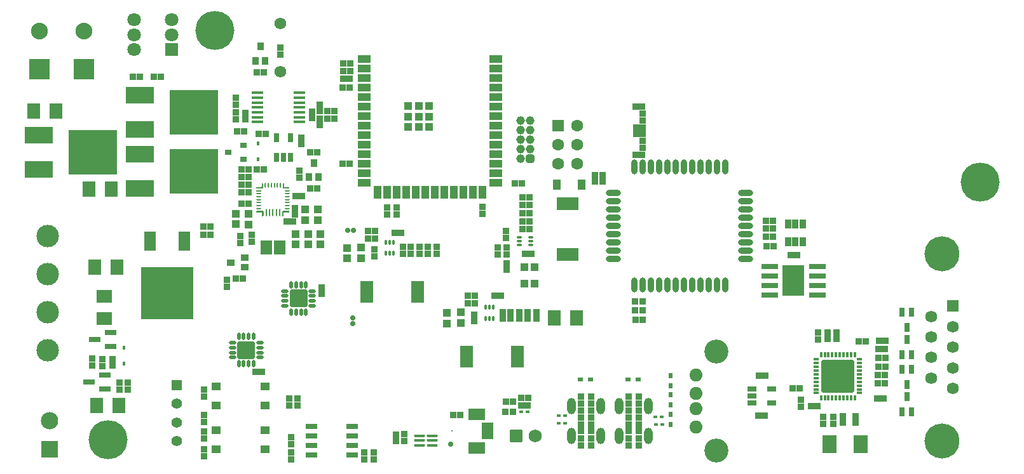
<source format=gts>
G04*
G04 #@! TF.GenerationSoftware,Altium Limited,Altium Designer,21.9.1 (22)*
G04*
G04 Layer_Color=8388736*
%FSLAX25Y25*%
%MOIN*%
G70*
G04*
G04 #@! TF.SameCoordinates,8F0FC1BE-C161-4982-B8DB-F3E27E61BA57*
G04*
G04*
G04 #@! TF.FilePolarity,Negative*
G04*
G01*
G75*
%ADD25R,0.01772X0.02323*%
%ADD36R,0.07480X0.09449*%
%ADD37R,0.03961X0.04351*%
%ADD38R,0.06120X0.07505*%
%ADD44R,0.05764X0.01480*%
G04:AMPARAMS|DCode=45|XSize=57.64mil|YSize=14.8mil|CornerRadius=7.4mil|HoleSize=0mil|Usage=FLASHONLY|Rotation=180.000|XOffset=0mil|YOffset=0mil|HoleType=Round|Shape=RoundedRectangle|*
%AMROUNDEDRECTD45*
21,1,0.05764,0.00000,0,0,180.0*
21,1,0.04284,0.01480,0,0,180.0*
1,1,0.01480,-0.02142,0.00000*
1,1,0.01480,0.02142,0.00000*
1,1,0.01480,0.02142,0.00000*
1,1,0.01480,-0.02142,0.00000*
%
%ADD45ROUNDEDRECTD45*%
G04:AMPARAMS|DCode=46|XSize=26.38mil|YSize=11.81mil|CornerRadius=1.95mil|HoleSize=0mil|Usage=FLASHONLY|Rotation=90.000|XOffset=0mil|YOffset=0mil|HoleType=Round|Shape=RoundedRectangle|*
%AMROUNDEDRECTD46*
21,1,0.02638,0.00791,0,0,90.0*
21,1,0.02248,0.01181,0,0,90.0*
1,1,0.00390,0.00396,0.01124*
1,1,0.00390,0.00396,-0.01124*
1,1,0.00390,-0.00396,-0.01124*
1,1,0.00390,-0.00396,0.01124*
%
%ADD46ROUNDEDRECTD46*%
%ADD47R,0.06890X0.11811*%
G04:AMPARAMS|DCode=52|XSize=61.02mil|YSize=23.62mil|CornerRadius=2.01mil|HoleSize=0mil|Usage=FLASHONLY|Rotation=0.000|XOffset=0mil|YOffset=0mil|HoleType=Round|Shape=RoundedRectangle|*
%AMROUNDEDRECTD52*
21,1,0.06102,0.01961,0,0,0.0*
21,1,0.05701,0.02362,0,0,0.0*
1,1,0.00402,0.02850,-0.00980*
1,1,0.00402,-0.02850,-0.00980*
1,1,0.00402,-0.02850,0.00980*
1,1,0.00402,0.02850,0.00980*
%
%ADD52ROUNDEDRECTD52*%
G04:AMPARAMS|DCode=53|XSize=25.59mil|YSize=7.87mil|CornerRadius=1.97mil|HoleSize=0mil|Usage=FLASHONLY|Rotation=180.000|XOffset=0mil|YOffset=0mil|HoleType=Round|Shape=RoundedRectangle|*
%AMROUNDEDRECTD53*
21,1,0.02559,0.00394,0,0,180.0*
21,1,0.02165,0.00787,0,0,180.0*
1,1,0.00394,-0.01083,0.00197*
1,1,0.00394,0.01083,0.00197*
1,1,0.00394,0.01083,-0.00197*
1,1,0.00394,-0.01083,-0.00197*
%
%ADD53ROUNDEDRECTD53*%
%ADD58R,0.05906X0.09843*%
%ADD59R,0.27559X0.27559*%
G04:AMPARAMS|DCode=61|XSize=7.87mil|YSize=37.4mil|CornerRadius=1.97mil|HoleSize=0mil|Usage=FLASHONLY|Rotation=180.000|XOffset=0mil|YOffset=0mil|HoleType=Round|Shape=RoundedRectangle|*
%AMROUNDEDRECTD61*
21,1,0.00787,0.03347,0,0,180.0*
21,1,0.00394,0.03740,0,0,180.0*
1,1,0.00394,-0.00197,0.01673*
1,1,0.00394,0.00197,0.01673*
1,1,0.00394,0.00197,-0.01673*
1,1,0.00394,-0.00197,-0.01673*
%
%ADD61ROUNDEDRECTD61*%
G04:AMPARAMS|DCode=62|XSize=7.87mil|YSize=39.37mil|CornerRadius=1.97mil|HoleSize=0mil|Usage=FLASHONLY|Rotation=180.000|XOffset=0mil|YOffset=0mil|HoleType=Round|Shape=RoundedRectangle|*
%AMROUNDEDRECTD62*
21,1,0.00787,0.03543,0,0,180.0*
21,1,0.00394,0.03937,0,0,180.0*
1,1,0.00394,-0.00197,0.01772*
1,1,0.00394,0.00197,0.01772*
1,1,0.00394,0.00197,-0.01772*
1,1,0.00394,-0.00197,-0.01772*
%
%ADD62ROUNDEDRECTD62*%
%ADD63C,0.00689*%
G04:AMPARAMS|DCode=64|XSize=23.62mil|YSize=7.87mil|CornerRadius=1.97mil|HoleSize=0mil|Usage=FLASHONLY|Rotation=180.000|XOffset=0mil|YOffset=0mil|HoleType=Round|Shape=RoundedRectangle|*
%AMROUNDEDRECTD64*
21,1,0.02362,0.00394,0,0,180.0*
21,1,0.01968,0.00787,0,0,180.0*
1,1,0.00394,-0.00984,0.00197*
1,1,0.00394,0.00984,0.00197*
1,1,0.00394,0.00984,-0.00197*
1,1,0.00394,-0.00984,-0.00197*
%
%ADD64ROUNDEDRECTD64*%
G04:AMPARAMS|DCode=65|XSize=26.77mil|YSize=7.87mil|CornerRadius=1.97mil|HoleSize=0mil|Usage=FLASHONLY|Rotation=180.000|XOffset=0mil|YOffset=0mil|HoleType=Round|Shape=RoundedRectangle|*
%AMROUNDEDRECTD65*
21,1,0.02677,0.00394,0,0,180.0*
21,1,0.02284,0.00787,0,0,180.0*
1,1,0.00394,-0.01142,0.00197*
1,1,0.00394,0.01142,0.00197*
1,1,0.00394,0.01142,-0.00197*
1,1,0.00394,-0.01142,-0.00197*
%
%ADD65ROUNDEDRECTD65*%
G04:AMPARAMS|DCode=66|XSize=27.56mil|YSize=7.87mil|CornerRadius=1.97mil|HoleSize=0mil|Usage=FLASHONLY|Rotation=180.000|XOffset=0mil|YOffset=0mil|HoleType=Round|Shape=RoundedRectangle|*
%AMROUNDEDRECTD66*
21,1,0.02756,0.00394,0,0,180.0*
21,1,0.02362,0.00787,0,0,180.0*
1,1,0.00394,-0.01181,0.00197*
1,1,0.00394,0.01181,0.00197*
1,1,0.00394,0.01181,-0.00197*
1,1,0.00394,-0.01181,-0.00197*
%
%ADD66ROUNDEDRECTD66*%
G04:AMPARAMS|DCode=67|XSize=7.87mil|YSize=23.62mil|CornerRadius=1.97mil|HoleSize=0mil|Usage=FLASHONLY|Rotation=180.000|XOffset=0mil|YOffset=0mil|HoleType=Round|Shape=RoundedRectangle|*
%AMROUNDEDRECTD67*
21,1,0.00787,0.01968,0,0,180.0*
21,1,0.00394,0.02362,0,0,180.0*
1,1,0.00394,-0.00197,0.00984*
1,1,0.00394,0.00197,0.00984*
1,1,0.00394,0.00197,-0.00984*
1,1,0.00394,-0.00197,-0.00984*
%
%ADD67ROUNDEDRECTD67*%
%ADD68C,0.00620*%
%ADD69C,0.00754*%
%ADD73R,0.04351X0.03961*%
%ADD75R,0.11811X0.06890*%
G04:AMPARAMS|DCode=76|XSize=26.38mil|YSize=11.81mil|CornerRadius=1.95mil|HoleSize=0mil|Usage=FLASHONLY|Rotation=180.000|XOffset=0mil|YOffset=0mil|HoleType=Round|Shape=RoundedRectangle|*
%AMROUNDEDRECTD76*
21,1,0.02638,0.00791,0,0,180.0*
21,1,0.02248,0.01181,0,0,180.0*
1,1,0.00390,-0.01124,0.00396*
1,1,0.00390,0.01124,0.00396*
1,1,0.00390,0.01124,-0.00396*
1,1,0.00390,-0.01124,-0.00396*
%
%ADD76ROUNDEDRECTD76*%
%ADD77R,0.03556X0.03359*%
%ADD78R,0.03359X0.03556*%
%ADD79R,0.04737X0.03950*%
%ADD80R,0.14973X0.08674*%
%ADD81R,0.25210X0.23635*%
%ADD82R,0.02375X0.02690*%
%ADD83R,0.02769X0.04737*%
%ADD84R,0.02217X0.01784*%
%ADD85R,0.03398X0.03241*%
%ADD86R,0.03241X0.03398*%
%ADD87R,0.04737X0.03162*%
G04:AMPARAMS|DCode=88|XSize=14.57mil|YSize=29.13mil|CornerRadius=4.7mil|HoleSize=0mil|Usage=FLASHONLY|Rotation=270.000|XOffset=0mil|YOffset=0mil|HoleType=Round|Shape=RoundedRectangle|*
%AMROUNDEDRECTD88*
21,1,0.01457,0.01973,0,0,270.0*
21,1,0.00516,0.02913,0,0,270.0*
1,1,0.00941,-0.00986,-0.00258*
1,1,0.00941,-0.00986,0.00258*
1,1,0.00941,0.00986,0.00258*
1,1,0.00941,0.00986,-0.00258*
%
%ADD88ROUNDEDRECTD88*%
G04:AMPARAMS|DCode=89|XSize=14.57mil|YSize=29.13mil|CornerRadius=4.7mil|HoleSize=0mil|Usage=FLASHONLY|Rotation=180.000|XOffset=0mil|YOffset=0mil|HoleType=Round|Shape=RoundedRectangle|*
%AMROUNDEDRECTD89*
21,1,0.01457,0.01973,0,0,180.0*
21,1,0.00516,0.02913,0,0,180.0*
1,1,0.00941,-0.00258,0.00986*
1,1,0.00941,0.00258,0.00986*
1,1,0.00941,0.00258,-0.00986*
1,1,0.00941,-0.00258,-0.00986*
%
%ADD89ROUNDEDRECTD89*%
G04:AMPARAMS|DCode=90|XSize=171.39mil|YSize=171.39mil|CornerRadius=5.63mil|HoleSize=0mil|Usage=FLASHONLY|Rotation=180.000|XOffset=0mil|YOffset=0mil|HoleType=Round|Shape=RoundedRectangle|*
%AMROUNDEDRECTD90*
21,1,0.17139,0.16012,0,0,180.0*
21,1,0.16012,0.17139,0,0,180.0*
1,1,0.01127,-0.08006,0.08006*
1,1,0.01127,0.08006,0.08006*
1,1,0.01127,0.08006,-0.08006*
1,1,0.01127,-0.08006,-0.08006*
%
%ADD90ROUNDEDRECTD90*%
%ADD91R,0.04383X0.05603*%
%ADD92R,0.11706X0.16154*%
%ADD93R,0.08580X0.02769*%
%ADD94R,0.03359X0.05131*%
%ADD95O,0.07887X0.03162*%
%ADD96O,0.03162X0.07887*%
%ADD97R,0.06706X0.04343*%
%ADD98R,0.04343X0.06706*%
%ADD99R,0.04343X0.04343*%
%ADD100R,0.02690X0.02375*%
%ADD101R,0.03556X0.04343*%
%ADD102R,0.03162X0.04737*%
%ADD103R,0.03556X0.03162*%
%ADD104R,0.04343X0.03556*%
%ADD105R,0.06902X0.08280*%
%ADD106R,0.06299X0.01378*%
G04:AMPARAMS|DCode=107|XSize=90.68mil|YSize=90.68mil|CornerRadius=6.07mil|HoleSize=0mil|Usage=FLASHONLY|Rotation=90.000|XOffset=0mil|YOffset=0mil|HoleType=Round|Shape=RoundedRectangle|*
%AMROUNDEDRECTD107*
21,1,0.09068,0.07854,0,0,90.0*
21,1,0.07854,0.09068,0,0,90.0*
1,1,0.01213,0.03927,0.03927*
1,1,0.01213,0.03927,-0.03927*
1,1,0.01213,-0.03927,-0.03927*
1,1,0.01213,-0.03927,0.03927*
%
%ADD107ROUNDEDRECTD107*%
G04:AMPARAMS|DCode=108|XSize=19.81mil|YSize=37.53mil|CornerRadius=5.95mil|HoleSize=0mil|Usage=FLASHONLY|Rotation=90.000|XOffset=0mil|YOffset=0mil|HoleType=Round|Shape=RoundedRectangle|*
%AMROUNDEDRECTD108*
21,1,0.01981,0.02563,0,0,90.0*
21,1,0.00791,0.03753,0,0,90.0*
1,1,0.01190,0.01282,0.00396*
1,1,0.01190,0.01282,-0.00396*
1,1,0.01190,-0.01282,-0.00396*
1,1,0.01190,-0.01282,0.00396*
%
%ADD108ROUNDEDRECTD108*%
G04:AMPARAMS|DCode=109|XSize=19.81mil|YSize=37.53mil|CornerRadius=5.95mil|HoleSize=0mil|Usage=FLASHONLY|Rotation=180.000|XOffset=0mil|YOffset=0mil|HoleType=Round|Shape=RoundedRectangle|*
%AMROUNDEDRECTD109*
21,1,0.01981,0.02563,0,0,180.0*
21,1,0.00791,0.03753,0,0,180.0*
1,1,0.01190,-0.00396,0.01282*
1,1,0.01190,0.00396,0.01282*
1,1,0.01190,0.00396,-0.01282*
1,1,0.01190,-0.00396,-0.01282*
%
%ADD109ROUNDEDRECTD109*%
%ADD110R,0.08280X0.06902*%
%ADD111R,0.05918X0.03162*%
G04:AMPARAMS|DCode=112|XSize=90.68mil|YSize=90.68mil|CornerRadius=6.07mil|HoleSize=0mil|Usage=FLASHONLY|Rotation=180.000|XOffset=0mil|YOffset=0mil|HoleType=Round|Shape=RoundedRectangle|*
%AMROUNDEDRECTD112*
21,1,0.09068,0.07854,0,0,180.0*
21,1,0.07854,0.09068,0,0,180.0*
1,1,0.01213,-0.03927,0.03927*
1,1,0.01213,0.03927,0.03927*
1,1,0.01213,0.03927,-0.03927*
1,1,0.01213,-0.03927,-0.03927*
%
%ADD112ROUNDEDRECTD112*%
%ADD113O,0.04343X0.08674*%
%ADD114R,0.03241X0.03241*%
%ADD115C,0.18399*%
%ADD116R,0.06265X0.06265*%
%ADD117C,0.06265*%
%ADD118C,0.06265*%
%ADD119C,0.20485*%
G04:AMPARAMS|DCode=120|XSize=45.4mil|YSize=45.4mil|CornerRadius=13.35mil|HoleSize=0mil|Usage=FLASHONLY|Rotation=90.000|XOffset=0mil|YOffset=0mil|HoleType=Round|Shape=RoundedRectangle|*
%AMROUNDEDRECTD120*
21,1,0.04540,0.01870,0,0,90.0*
21,1,0.01870,0.04540,0,0,90.0*
1,1,0.02670,0.00935,0.00935*
1,1,0.02670,0.00935,-0.00935*
1,1,0.02670,-0.00935,-0.00935*
1,1,0.02670,-0.00935,0.00935*
%
%ADD120ROUNDEDRECTD120*%
%ADD121C,0.04540*%
%ADD122R,0.08674X0.05918*%
%ADD123R,0.05918X0.08674*%
%ADD124C,0.00800*%
%ADD125C,0.06800*%
G04:AMPARAMS|DCode=126|XSize=68mil|YSize=68mil|CornerRadius=10mil|HoleSize=0mil|Usage=FLASHONLY|Rotation=0.000|XOffset=0mil|YOffset=0mil|HoleType=Round|Shape=RoundedRectangle|*
%AMROUNDEDRECTD126*
21,1,0.06800,0.04800,0,0,0.0*
21,1,0.04800,0.06800,0,0,0.0*
1,1,0.02000,0.02400,-0.02400*
1,1,0.02000,-0.02400,-0.02400*
1,1,0.02000,-0.02400,0.02400*
1,1,0.02000,0.02400,0.02400*
%
%ADD126ROUNDEDRECTD126*%
%ADD127C,0.12611*%
%ADD128O,0.07000X0.06800*%
%ADD129R,0.05512X0.05512*%
%ADD130C,0.05512*%
%ADD131R,0.10642X0.10642*%
%ADD132C,0.08800*%
%ADD133C,0.09068*%
%ADD134R,0.09068X0.09068*%
%ADD135C,0.11824*%
%ADD136C,0.07099*%
%ADD137R,0.07099X0.07099*%
%ADD138C,0.06200*%
%ADD139R,0.06312X0.06312*%
%ADD140C,0.06312*%
%ADD141C,0.02769*%
G36*
X128493Y-108435D02*
X128549Y-108491D01*
X128579Y-108563D01*
X128579Y-108602D01*
X128579Y-110965D01*
X128579D01*
Y-111004D01*
X128549Y-111076D01*
X128493Y-111131D01*
X128421Y-111161D01*
X128382Y-111161D01*
X127988Y-111161D01*
X127988D01*
X127949Y-111161D01*
X127877Y-111132D01*
X127821Y-111076D01*
X127791Y-111004D01*
X127791Y-110965D01*
Y-109193D01*
X125035D01*
X124996Y-109193D01*
X124924Y-109163D01*
X124869Y-109108D01*
X124839Y-109035D01*
X124839Y-108996D01*
Y-108602D01*
X124839Y-108563D01*
X124869Y-108491D01*
X124924Y-108435D01*
X124996Y-108405D01*
X125035Y-108405D01*
X128382Y-108405D01*
X128382Y-108405D01*
X128421Y-108405D01*
X128493Y-108435D01*
D02*
G37*
G36*
X141965Y-108405D02*
X142004Y-108405D01*
X142076Y-108435D01*
X142131Y-108491D01*
X142161Y-108563D01*
X142161Y-108602D01*
X142161D01*
X142161Y-108996D01*
Y-109035D01*
X142131Y-109108D01*
X142076Y-109163D01*
X142004Y-109193D01*
X139209D01*
X139209Y-110965D01*
Y-111004D01*
X139179Y-111076D01*
X139123Y-111131D01*
X139051Y-111161D01*
X139012D01*
Y-111161D01*
X138618Y-111161D01*
X138579Y-111161D01*
X138507Y-111131D01*
X138451Y-111076D01*
X138421Y-111004D01*
Y-110965D01*
X138421D01*
X138421Y-108602D01*
X138421Y-108563D01*
X138451Y-108491D01*
X138507Y-108435D01*
X138579Y-108405D01*
X138618Y-108405D01*
Y-108405D01*
X141965Y-108405D01*
D02*
G37*
G36*
X128296Y-93869D02*
X128352Y-93924D01*
X128382Y-93996D01*
Y-94035D01*
X128382Y-94035D01*
X128382Y-96398D01*
X128382Y-96437D01*
X128352Y-96509D01*
X128297Y-96565D01*
X128224Y-96595D01*
X128185Y-96595D01*
X125035Y-96595D01*
X124996Y-96595D01*
X124924Y-96565D01*
X124869Y-96509D01*
X124839Y-96437D01*
X124839Y-96398D01*
Y-96398D01*
Y-96004D01*
Y-95965D01*
X124869Y-95892D01*
X124924Y-95837D01*
X124996Y-95807D01*
X125035D01*
X125035Y-95807D01*
X127594D01*
Y-94035D01*
X127594Y-93996D01*
X127624Y-93924D01*
X127680Y-93869D01*
X127752Y-93839D01*
X127791Y-93839D01*
X127791Y-93839D01*
X128185Y-93839D01*
X128224Y-93839D01*
X128296Y-93869D01*
D02*
G37*
G36*
X139320Y-93869D02*
X139375Y-93924D01*
X139406Y-93996D01*
X139406Y-94035D01*
X139406Y-95807D01*
X141965D01*
Y-95807D01*
X142004D01*
X142076Y-95837D01*
X142131Y-95892D01*
X142161Y-95965D01*
Y-96004D01*
X142161Y-96398D01*
X142161Y-96398D01*
X142161Y-96437D01*
X142131Y-96509D01*
X142076Y-96565D01*
X142004Y-96595D01*
X141965Y-96595D01*
X138815D01*
X138776Y-96595D01*
X138703Y-96565D01*
X138648Y-96509D01*
X138618Y-96437D01*
X138618Y-96398D01*
Y-94035D01*
X138618Y-93996D01*
X138648Y-93924D01*
X138703Y-93869D01*
X138776Y-93839D01*
X138815Y-93839D01*
X139209Y-93839D01*
Y-93839D01*
X139248Y-93839D01*
X139320Y-93869D01*
D02*
G37*
D25*
X55500Y-180347D02*
D03*
Y-188654D02*
D03*
X125886Y-73000D02*
D03*
Y-81307D02*
D03*
D36*
X441571Y-231000D02*
D03*
X425429D02*
D03*
D37*
X152000Y-126000D02*
D03*
Y-120484D02*
D03*
X179668Y-133176D02*
D03*
Y-127660D02*
D03*
X172387Y-133365D02*
D03*
Y-127849D02*
D03*
X145500Y-120484D02*
D03*
Y-126000D02*
D03*
X158500Y-120484D02*
D03*
Y-126000D02*
D03*
X114232Y-115347D02*
D03*
Y-109831D02*
D03*
X157000Y-113258D02*
D03*
Y-107742D02*
D03*
X150500Y-113258D02*
D03*
Y-107742D02*
D03*
X120791Y-115442D02*
D03*
Y-109925D02*
D03*
X232000Y-167258D02*
D03*
Y-161742D02*
D03*
X224719Y-167447D02*
D03*
Y-161931D02*
D03*
D38*
X136948Y-127500D02*
D03*
X130052D02*
D03*
D44*
X217000Y-231559D02*
D03*
D45*
Y-229000D02*
D03*
Y-226441D02*
D03*
X210542D02*
D03*
Y-229000D02*
D03*
Y-231559D02*
D03*
D46*
X192668Y-124918D02*
D03*
X194636D02*
D03*
X196605D02*
D03*
Y-130745D02*
D03*
X194636D02*
D03*
X192668D02*
D03*
X245000Y-164827D02*
D03*
X246969D02*
D03*
X248937D02*
D03*
Y-159000D02*
D03*
X246969D02*
D03*
X245000D02*
D03*
D47*
X209455Y-150918D02*
D03*
X182881D02*
D03*
X235213Y-185000D02*
D03*
X261787D02*
D03*
D52*
X175130Y-221500D02*
D03*
Y-226500D02*
D03*
Y-231500D02*
D03*
Y-236500D02*
D03*
X153870D02*
D03*
Y-231500D02*
D03*
Y-226500D02*
D03*
Y-221500D02*
D03*
D53*
X126118Y-99350D02*
D03*
D58*
X87055Y-124335D02*
D03*
X68945D02*
D03*
D59*
X78000Y-151500D02*
D03*
D61*
X137043Y-109291D02*
D03*
D62*
X135272Y-109193D02*
D03*
X133500D02*
D03*
X131728D02*
D03*
X129957D02*
D03*
D63*
X128062Y-108922D02*
D03*
X127865Y-96078D02*
D03*
D64*
X126020Y-107224D02*
D03*
Y-105650D02*
D03*
Y-104075D02*
D03*
Y-102500D02*
D03*
X140980Y-97776D02*
D03*
Y-99350D02*
D03*
Y-100925D02*
D03*
Y-102500D02*
D03*
Y-104075D02*
D03*
Y-105650D02*
D03*
Y-107224D02*
D03*
D65*
X126177Y-100925D02*
D03*
D66*
X126216Y-97776D02*
D03*
D67*
X129563Y-95020D02*
D03*
X131138D02*
D03*
X132713D02*
D03*
X134287D02*
D03*
X135862D02*
D03*
X137437D02*
D03*
D68*
X139061Y-95561D02*
D03*
D69*
X138889Y-108922D02*
D03*
D73*
X270758Y-146500D02*
D03*
X265242D02*
D03*
X270758Y-138000D02*
D03*
X265242D02*
D03*
D75*
X288000Y-131287D02*
D03*
Y-104713D02*
D03*
D76*
X268646Y-126243D02*
D03*
Y-124274D02*
D03*
Y-122306D02*
D03*
X262819D02*
D03*
Y-124274D02*
D03*
Y-126243D02*
D03*
D77*
X264000Y-94000D02*
D03*
X260260D02*
D03*
X125130Y-86500D02*
D03*
X128870D02*
D03*
X117130D02*
D03*
X120870D02*
D03*
X440815Y-176803D02*
D03*
X444555D02*
D03*
X409882Y-201512D02*
D03*
X406142D02*
D03*
X454370Y-199000D02*
D03*
X450630D02*
D03*
X454555Y-194697D02*
D03*
X450815D02*
D03*
X454685Y-190197D02*
D03*
X450945D02*
D03*
X451142Y-185512D02*
D03*
X454882D02*
D03*
X228130Y-215500D02*
D03*
X231870D02*
D03*
X117130Y-90500D02*
D03*
X120870D02*
D03*
X156870Y-77500D02*
D03*
X153130D02*
D03*
X395870Y-122000D02*
D03*
X392130D02*
D03*
X395870Y-117500D02*
D03*
X392130D02*
D03*
X395870Y-113500D02*
D03*
X392130D02*
D03*
X327370Y-165500D02*
D03*
X323630D02*
D03*
X323500Y-160500D02*
D03*
X327240D02*
D03*
Y-156000D02*
D03*
X323500D02*
D03*
X267370Y-206500D02*
D03*
X263630D02*
D03*
X259370Y-208500D02*
D03*
X255630D02*
D03*
X255500Y-214000D02*
D03*
X259240D02*
D03*
X71000Y-38000D02*
D03*
X74740D02*
D03*
X63870D02*
D03*
X60130D02*
D03*
X187155Y-122916D02*
D03*
X183415D02*
D03*
Y-118916D02*
D03*
X187155D02*
D03*
X117870Y-144000D02*
D03*
X114130D02*
D03*
X117130Y-98500D02*
D03*
X120870D02*
D03*
Y-104500D02*
D03*
X117130D02*
D03*
Y-94500D02*
D03*
X120870D02*
D03*
X162130Y-56000D02*
D03*
X165870D02*
D03*
X162130Y-60000D02*
D03*
X165870D02*
D03*
X114630Y-66500D02*
D03*
X118370D02*
D03*
X126130Y-68000D02*
D03*
X129870D02*
D03*
X153130Y-96500D02*
D03*
X156870D02*
D03*
X235747Y-156999D02*
D03*
X239487D02*
D03*
Y-152998D02*
D03*
X235747D02*
D03*
X125130Y-35500D02*
D03*
X128870D02*
D03*
X173870Y-83500D02*
D03*
X170130D02*
D03*
X100870Y-121000D02*
D03*
X97130D02*
D03*
Y-116500D02*
D03*
X100870D02*
D03*
X173870Y-43500D02*
D03*
X170130D02*
D03*
D78*
X243500Y-106130D02*
D03*
Y-109870D02*
D03*
X193500Y-106630D02*
D03*
Y-110370D02*
D03*
X97500Y-202260D02*
D03*
Y-206000D02*
D03*
Y-215630D02*
D03*
Y-219370D02*
D03*
Y-224130D02*
D03*
Y-227870D02*
D03*
Y-237370D02*
D03*
Y-233630D02*
D03*
X427512Y-220382D02*
D03*
Y-216642D02*
D03*
X419500Y-175870D02*
D03*
Y-172130D02*
D03*
X422012Y-220382D02*
D03*
Y-216642D02*
D03*
X410500Y-207630D02*
D03*
Y-211370D02*
D03*
X327500Y-57130D02*
D03*
Y-60870D02*
D03*
Y-71500D02*
D03*
Y-75240D02*
D03*
X202500Y-229240D02*
D03*
Y-225500D02*
D03*
X109500Y-144630D02*
D03*
Y-148370D02*
D03*
X142000Y-210500D02*
D03*
Y-206760D02*
D03*
X146500Y-210500D02*
D03*
Y-206760D02*
D03*
X181500Y-238870D02*
D03*
X143000Y-227130D02*
D03*
Y-230870D02*
D03*
Y-235130D02*
D03*
Y-238870D02*
D03*
X181500Y-235130D02*
D03*
X186500D02*
D03*
Y-238870D02*
D03*
X114000Y-48760D02*
D03*
Y-52500D02*
D03*
Y-56630D02*
D03*
Y-60370D02*
D03*
X251500Y-127630D02*
D03*
Y-131370D02*
D03*
X147500Y-87130D02*
D03*
Y-90870D02*
D03*
X256000Y-127630D02*
D03*
Y-131370D02*
D03*
X137500Y-26370D02*
D03*
Y-22630D02*
D03*
X198500Y-106630D02*
D03*
Y-110370D02*
D03*
X116500Y-125370D02*
D03*
Y-121630D02*
D03*
X57500Y-198630D02*
D03*
Y-202370D02*
D03*
X38740Y-189638D02*
D03*
Y-185898D02*
D03*
X53000Y-202370D02*
D03*
Y-198630D02*
D03*
X44000Y-186130D02*
D03*
Y-189870D02*
D03*
D79*
X129295Y-210500D02*
D03*
X103705Y-200500D02*
D03*
Y-210500D02*
D03*
X129295Y-200500D02*
D03*
Y-233500D02*
D03*
X103705Y-223500D02*
D03*
Y-233500D02*
D03*
X129295Y-223500D02*
D03*
D80*
X10677Y-68484D02*
D03*
Y-86516D02*
D03*
X63677Y-96516D02*
D03*
Y-78484D02*
D03*
Y-65516D02*
D03*
Y-47484D02*
D03*
D81*
X39024Y-77500D02*
D03*
X92024Y-87500D02*
D03*
Y-56500D02*
D03*
D82*
X342000Y-204902D02*
D03*
Y-200098D02*
D03*
Y-220598D02*
D03*
Y-215402D02*
D03*
Y-210098D02*
D03*
Y-194902D02*
D03*
D83*
X466000Y-176063D02*
D03*
Y-169437D02*
D03*
X468559Y-161563D02*
D03*
X463441D02*
D03*
Y-183937D02*
D03*
X468559D02*
D03*
X463441Y-213937D02*
D03*
X468559D02*
D03*
X466000Y-206063D02*
D03*
X468559Y-191563D02*
D03*
X463441D02*
D03*
X466000Y-199437D02*
D03*
D84*
X334193Y-216500D02*
D03*
X337500D02*
D03*
X334347Y-220500D02*
D03*
X337653D02*
D03*
X267154Y-214000D02*
D03*
X263846D02*
D03*
X283347Y-216000D02*
D03*
X286653D02*
D03*
X283347Y-220000D02*
D03*
X286653D02*
D03*
D85*
X391732Y-195000D02*
D03*
X388268D02*
D03*
X391465Y-216000D02*
D03*
X388000D02*
D03*
X450268Y-207000D02*
D03*
X453732D02*
D03*
X419232Y-211000D02*
D03*
X415768D02*
D03*
X454476Y-181012D02*
D03*
X451012D02*
D03*
X454744Y-176512D02*
D03*
X451279D02*
D03*
X405035Y-131500D02*
D03*
X408500D02*
D03*
X395965Y-127000D02*
D03*
X392500D02*
D03*
X323768Y-53500D02*
D03*
X327232D02*
D03*
X323768Y-79000D02*
D03*
X327232D02*
D03*
X324035Y-64500D02*
D03*
X327500D02*
D03*
X324035Y-68000D02*
D03*
X327500D02*
D03*
X267232Y-210500D02*
D03*
X263768D02*
D03*
X197268Y-120000D02*
D03*
X200732D02*
D03*
X170535Y-31000D02*
D03*
X174000D02*
D03*
X170535Y-35000D02*
D03*
X174000D02*
D03*
X144232Y-114000D02*
D03*
X140768D02*
D03*
X145268Y-100500D02*
D03*
X148732D02*
D03*
X127732Y-193000D02*
D03*
X124268D02*
D03*
X265768Y-131000D02*
D03*
X269232D02*
D03*
X264535Y-109600D02*
D03*
X268000D02*
D03*
X264535Y-105401D02*
D03*
X268000D02*
D03*
X264535Y-101201D02*
D03*
X268000D02*
D03*
X264535Y-113800D02*
D03*
X268000D02*
D03*
X264535Y-118000D02*
D03*
X268000D02*
D03*
X170268Y-39000D02*
D03*
X173732D02*
D03*
X253232Y-153000D02*
D03*
X249768D02*
D03*
D86*
X429012Y-175744D02*
D03*
Y-172280D02*
D03*
X439012Y-216280D02*
D03*
Y-219744D02*
D03*
X432512Y-216280D02*
D03*
Y-219744D02*
D03*
X424500Y-172268D02*
D03*
Y-175732D02*
D03*
X302500Y-89535D02*
D03*
Y-93000D02*
D03*
X306500Y-89500D02*
D03*
Y-92965D02*
D03*
X198000Y-225768D02*
D03*
Y-229232D02*
D03*
X186668Y-132150D02*
D03*
Y-128686D02*
D03*
X219298Y-130833D02*
D03*
Y-127368D02*
D03*
X214798Y-130833D02*
D03*
Y-127368D02*
D03*
X210298Y-130833D02*
D03*
Y-127368D02*
D03*
X205798Y-130833D02*
D03*
Y-127368D02*
D03*
X201798Y-130833D02*
D03*
Y-127368D02*
D03*
X49500Y-189732D02*
D03*
Y-186268D02*
D03*
X145000Y-106768D02*
D03*
Y-110232D02*
D03*
X122500Y-121000D02*
D03*
Y-124465D02*
D03*
X148500Y-69768D02*
D03*
Y-73232D02*
D03*
X158000Y-55965D02*
D03*
Y-52500D02*
D03*
X154000Y-59732D02*
D03*
Y-56268D02*
D03*
X158000Y-59768D02*
D03*
Y-63232D02*
D03*
X119000Y-56768D02*
D03*
Y-60232D02*
D03*
X239000Y-162768D02*
D03*
Y-166232D02*
D03*
X271630Y-161450D02*
D03*
Y-164915D02*
D03*
X254130Y-161450D02*
D03*
Y-164915D02*
D03*
X258130Y-161450D02*
D03*
Y-164915D02*
D03*
X262630Y-161450D02*
D03*
Y-164915D02*
D03*
X267130Y-161450D02*
D03*
Y-164915D02*
D03*
X256000Y-139232D02*
D03*
Y-135768D02*
D03*
X255732Y-119042D02*
D03*
Y-122506D02*
D03*
X159202Y-151985D02*
D03*
Y-148520D02*
D03*
D87*
X384882Y-201760D02*
D03*
X384882Y-205500D02*
D03*
X384882Y-209240D02*
D03*
X395118Y-209241D02*
D03*
X395119Y-201761D02*
D03*
D88*
X441232Y-204055D02*
D03*
Y-202087D02*
D03*
Y-200118D02*
D03*
Y-198150D02*
D03*
Y-196181D02*
D03*
Y-194213D02*
D03*
Y-192244D02*
D03*
Y-190276D02*
D03*
Y-188307D02*
D03*
Y-186339D02*
D03*
X418398D02*
D03*
Y-188307D02*
D03*
Y-190276D02*
D03*
Y-192244D02*
D03*
Y-194213D02*
D03*
Y-196181D02*
D03*
Y-198150D02*
D03*
Y-200118D02*
D03*
Y-202087D02*
D03*
Y-204055D02*
D03*
D89*
X438673Y-183780D02*
D03*
X436705D02*
D03*
X434736D02*
D03*
X432768D02*
D03*
X430799D02*
D03*
X428831D02*
D03*
X426862D02*
D03*
X424894D02*
D03*
X422925D02*
D03*
X420957D02*
D03*
Y-206614D02*
D03*
X422925D02*
D03*
X424894D02*
D03*
X426862D02*
D03*
X428831D02*
D03*
X430799D02*
D03*
X432768D02*
D03*
X434736D02*
D03*
X436705D02*
D03*
X438673D02*
D03*
D90*
X429815Y-195197D02*
D03*
D91*
X282563Y-94500D02*
D03*
X295437D02*
D03*
D92*
X406500Y-145000D02*
D03*
D93*
X419031Y-152500D02*
D03*
Y-147500D02*
D03*
Y-142500D02*
D03*
Y-137500D02*
D03*
X393969Y-152500D02*
D03*
Y-147500D02*
D03*
Y-142500D02*
D03*
Y-137500D02*
D03*
D94*
X403760Y-124724D02*
D03*
X407500D02*
D03*
X411240D02*
D03*
Y-115276D02*
D03*
X407500D02*
D03*
X403760D02*
D03*
D95*
X312232Y-129181D02*
D03*
Y-124850D02*
D03*
Y-120520D02*
D03*
Y-116189D02*
D03*
Y-111858D02*
D03*
Y-107528D02*
D03*
Y-103197D02*
D03*
Y-98866D02*
D03*
X381524D02*
D03*
Y-103197D02*
D03*
Y-107528D02*
D03*
Y-111858D02*
D03*
Y-116189D02*
D03*
Y-120520D02*
D03*
Y-124850D02*
D03*
Y-129181D02*
D03*
Y-133512D02*
D03*
X312232D02*
D03*
D96*
X323059Y-85283D02*
D03*
X327390D02*
D03*
X331720D02*
D03*
X336051D02*
D03*
X340382D02*
D03*
X344713D02*
D03*
X349043D02*
D03*
X353374D02*
D03*
X357705D02*
D03*
X362035D02*
D03*
X366366D02*
D03*
X370697D02*
D03*
Y-147095D02*
D03*
X366366D02*
D03*
X362035D02*
D03*
X357705D02*
D03*
X353374D02*
D03*
X349043D02*
D03*
X344713D02*
D03*
X340382D02*
D03*
X336051D02*
D03*
X331720D02*
D03*
X327390D02*
D03*
X323059D02*
D03*
D97*
X181500Y-28500D02*
D03*
Y-33500D02*
D03*
Y-38500D02*
D03*
Y-43500D02*
D03*
Y-48500D02*
D03*
Y-53500D02*
D03*
Y-58500D02*
D03*
Y-63500D02*
D03*
Y-68500D02*
D03*
Y-73500D02*
D03*
Y-78500D02*
D03*
Y-83500D02*
D03*
Y-88500D02*
D03*
Y-93500D02*
D03*
X250398D02*
D03*
Y-88500D02*
D03*
Y-83500D02*
D03*
Y-78500D02*
D03*
Y-73500D02*
D03*
Y-68500D02*
D03*
Y-63500D02*
D03*
Y-58500D02*
D03*
Y-53500D02*
D03*
Y-48500D02*
D03*
Y-43500D02*
D03*
Y-38500D02*
D03*
Y-33500D02*
D03*
Y-28500D02*
D03*
D98*
X188449Y-98421D02*
D03*
X193449D02*
D03*
X198449D02*
D03*
X203449D02*
D03*
X208449D02*
D03*
X213449D02*
D03*
X218449D02*
D03*
X223449D02*
D03*
X228449D02*
D03*
X233449D02*
D03*
X238449D02*
D03*
X243449D02*
D03*
D99*
X210043Y-58894D02*
D03*
Y-53382D02*
D03*
X204532D02*
D03*
Y-58894D02*
D03*
Y-64406D02*
D03*
X210043D02*
D03*
X215555D02*
D03*
Y-58894D02*
D03*
Y-53382D02*
D03*
D100*
X325098Y-197000D02*
D03*
X319902D02*
D03*
X300098D02*
D03*
X294902D02*
D03*
D101*
X152441Y-90740D02*
D03*
X157559D02*
D03*
X155000Y-83260D02*
D03*
X126941Y-22020D02*
D03*
X129500Y-29500D02*
D03*
X124382D02*
D03*
D102*
X135260Y-80118D02*
D03*
X139000Y-80118D02*
D03*
X142740Y-80118D02*
D03*
X142740Y-69882D02*
D03*
X135260Y-69881D02*
D03*
D103*
X117937Y-73760D02*
D03*
Y-81240D02*
D03*
X110063Y-77500D02*
D03*
D104*
X118740Y-138059D02*
D03*
Y-132941D02*
D03*
X111260Y-135500D02*
D03*
D105*
X19807Y-56000D02*
D03*
X8193D02*
D03*
X281193Y-164500D02*
D03*
X292807D02*
D03*
X40193Y-138000D02*
D03*
X51807D02*
D03*
X52807Y-210500D02*
D03*
X41193D02*
D03*
X37193Y-97000D02*
D03*
X48807D02*
D03*
D106*
X147524Y-46323D02*
D03*
Y-48882D02*
D03*
Y-51441D02*
D03*
Y-54000D02*
D03*
Y-56559D02*
D03*
Y-59118D02*
D03*
Y-61677D02*
D03*
X125476D02*
D03*
Y-59118D02*
D03*
Y-56559D02*
D03*
Y-54000D02*
D03*
Y-51441D02*
D03*
Y-48882D02*
D03*
Y-46323D02*
D03*
D107*
X119500Y-181500D02*
D03*
D108*
X112315Y-185339D02*
D03*
Y-182780D02*
D03*
Y-180220D02*
D03*
Y-177661D02*
D03*
X126685D02*
D03*
Y-180220D02*
D03*
Y-182780D02*
D03*
Y-185339D02*
D03*
X139815Y-150512D02*
D03*
X154185Y-158189D02*
D03*
Y-155630D02*
D03*
Y-153071D02*
D03*
Y-150512D02*
D03*
X139815Y-153071D02*
D03*
Y-155630D02*
D03*
Y-158189D02*
D03*
D109*
X115661Y-174315D02*
D03*
X118220D02*
D03*
X120780D02*
D03*
X123339D02*
D03*
Y-188685D02*
D03*
X120780D02*
D03*
X118220D02*
D03*
X115661D02*
D03*
X148280Y-147165D02*
D03*
X145721D02*
D03*
X150839D02*
D03*
X143161D02*
D03*
Y-161535D02*
D03*
X145721D02*
D03*
X148280D02*
D03*
X150839D02*
D03*
D110*
X45000Y-164807D02*
D03*
Y-153193D02*
D03*
D111*
X45500Y-202000D02*
D03*
Y-194520D02*
D03*
X37232Y-198260D02*
D03*
X48394Y-179606D02*
D03*
Y-172126D02*
D03*
X40126Y-175866D02*
D03*
D112*
X147000Y-154350D02*
D03*
D113*
X330343Y-226602D02*
D03*
Y-210854D02*
D03*
X315146Y-226602D02*
D03*
Y-210854D02*
D03*
X305343D02*
D03*
Y-226602D02*
D03*
X290146Y-210854D02*
D03*
Y-226602D02*
D03*
D114*
X325500Y-231524D02*
D03*
Y-227783D02*
D03*
Y-224043D02*
D03*
Y-220500D02*
D03*
Y-216956D02*
D03*
Y-213413D02*
D03*
Y-209673D02*
D03*
Y-205932D02*
D03*
X319988D02*
D03*
Y-209673D02*
D03*
Y-213413D02*
D03*
Y-216956D02*
D03*
Y-220500D02*
D03*
Y-224043D02*
D03*
Y-227783D02*
D03*
Y-231524D02*
D03*
X300500D02*
D03*
Y-227783D02*
D03*
Y-224043D02*
D03*
Y-220500D02*
D03*
Y-216956D02*
D03*
Y-213413D02*
D03*
Y-209673D02*
D03*
Y-205932D02*
D03*
X294988D02*
D03*
Y-209673D02*
D03*
Y-213413D02*
D03*
Y-216956D02*
D03*
Y-220500D02*
D03*
Y-224043D02*
D03*
Y-227783D02*
D03*
Y-231524D02*
D03*
D115*
X484400Y-229200D02*
D03*
Y-130800D02*
D03*
D116*
X490000Y-158400D02*
D03*
D117*
Y-169200D02*
D03*
Y-180000D02*
D03*
Y-190800D02*
D03*
Y-201600D02*
D03*
D118*
X478800Y-163800D02*
D03*
Y-174600D02*
D03*
Y-185400D02*
D03*
Y-196200D02*
D03*
D119*
X47059Y-228594D02*
D03*
X103059Y-13595D02*
D03*
X504315Y-93094D02*
D03*
D120*
X268500Y-81000D02*
D03*
D121*
X263500D02*
D03*
X268500Y-76000D02*
D03*
Y-71000D02*
D03*
X263500Y-76000D02*
D03*
Y-71000D02*
D03*
X268500Y-66000D02*
D03*
Y-61000D02*
D03*
X263500Y-66000D02*
D03*
Y-61000D02*
D03*
D122*
X240543Y-215142D02*
D03*
Y-232858D02*
D03*
D123*
X246055Y-224000D02*
D03*
D124*
X227551D02*
D03*
D125*
X271000Y-226500D02*
D03*
D126*
X261000D02*
D03*
D127*
X366169Y-182354D02*
D03*
Y-234087D02*
D03*
D128*
X355500Y-204283D02*
D03*
Y-222000D02*
D03*
Y-194441D02*
D03*
Y-212158D02*
D03*
D129*
X83000Y-199815D02*
D03*
D130*
Y-209658D02*
D03*
Y-219500D02*
D03*
Y-229343D02*
D03*
D131*
X11000Y-34000D02*
D03*
X34500D02*
D03*
D132*
X11000Y-14000D02*
D03*
X34500D02*
D03*
D133*
X16500Y-218500D02*
D03*
D134*
Y-233500D02*
D03*
D135*
X15560Y-181501D02*
D03*
Y-161501D02*
D03*
Y-141501D02*
D03*
Y-121501D02*
D03*
D136*
X60815Y-23748D02*
D03*
Y-15874D02*
D03*
Y-8000D02*
D03*
X80500Y-15874D02*
D03*
Y-8000D02*
D03*
D137*
X80499Y-23748D02*
D03*
D138*
X137559Y-35394D02*
D03*
Y-9799D02*
D03*
D139*
X283000Y-63500D02*
D03*
D140*
X293000D02*
D03*
X283000Y-73500D02*
D03*
X293000D02*
D03*
X283000Y-83500D02*
D03*
X293000D02*
D03*
D141*
X172883Y-118661D02*
D03*
X175500Y-167469D02*
D03*
X175852Y-118661D02*
D03*
X175500Y-164500D02*
D03*
X226750Y-230750D02*
D03*
X437000Y-197894D02*
D03*
Y-192500D02*
D03*
X432512Y-197894D02*
D03*
X422630Y-192500D02*
D03*
X432512Y-202382D02*
D03*
X427118D02*
D03*
Y-188012D02*
D03*
X432512D02*
D03*
Y-192500D02*
D03*
X422630Y-197894D02*
D03*
X427118D02*
D03*
Y-192500D02*
D03*
X119500Y-178350D02*
D03*
Y-184650D02*
D03*
X122650Y-181500D02*
D03*
X116350D02*
D03*
X147000Y-157500D02*
D03*
Y-151201D02*
D03*
X150150Y-154350D02*
D03*
X143850D02*
D03*
M02*

</source>
